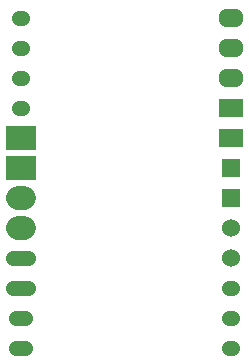
<source format=gtp>
G75*
%MOIN*%
%OFA0B0*%
%FSLAX25Y25*%
%IPPOS*%
%LPD*%
%AMOC8*
5,1,8,0,0,1.08239X$1,22.5*
%
%ADD10R,0.06000X0.06000*%
%ADD11C,0.06000*%
%ADD12R,0.08000X0.06000*%
%ADD13C,0.04800*%
%ADD14C,0.05000*%
%ADD15C,0.08000*%
%ADD16R,0.10000X0.08000*%
D10*
X0217250Y0071650D03*
X0217250Y0081650D03*
D11*
X0217250Y0061650D03*
X0217250Y0051650D03*
D12*
X0217250Y0091650D03*
X0217250Y0101650D03*
D13*
X0215650Y0112250D02*
X0218850Y0112250D01*
X0218850Y0111050D01*
X0215650Y0111050D01*
X0215650Y0112250D01*
X0215650Y0122250D02*
X0218850Y0122250D01*
X0218850Y0121050D01*
X0215650Y0121050D01*
X0215650Y0122250D01*
X0215650Y0132250D02*
X0218850Y0132250D01*
X0218850Y0131050D01*
X0215650Y0131050D01*
X0215650Y0132250D01*
D14*
X0148750Y0021650D02*
X0145750Y0021650D01*
X0145750Y0031650D02*
X0148750Y0031650D01*
X0149750Y0041650D02*
X0144750Y0041650D01*
X0144750Y0051650D02*
X0149750Y0051650D01*
X0147750Y0101650D02*
X0146750Y0101650D01*
X0146750Y0111650D02*
X0147750Y0111650D01*
X0147750Y0121650D02*
X0146750Y0121650D01*
X0146750Y0131650D02*
X0147750Y0131650D01*
X0216750Y0041650D02*
X0217750Y0041650D01*
X0217750Y0031650D02*
X0216750Y0031650D01*
X0216750Y0021650D02*
X0217750Y0021650D01*
D15*
X0148250Y0061650D02*
X0146250Y0061650D01*
X0146250Y0071650D02*
X0148250Y0071650D01*
D16*
X0147250Y0081650D03*
X0147250Y0091650D03*
M02*

</source>
